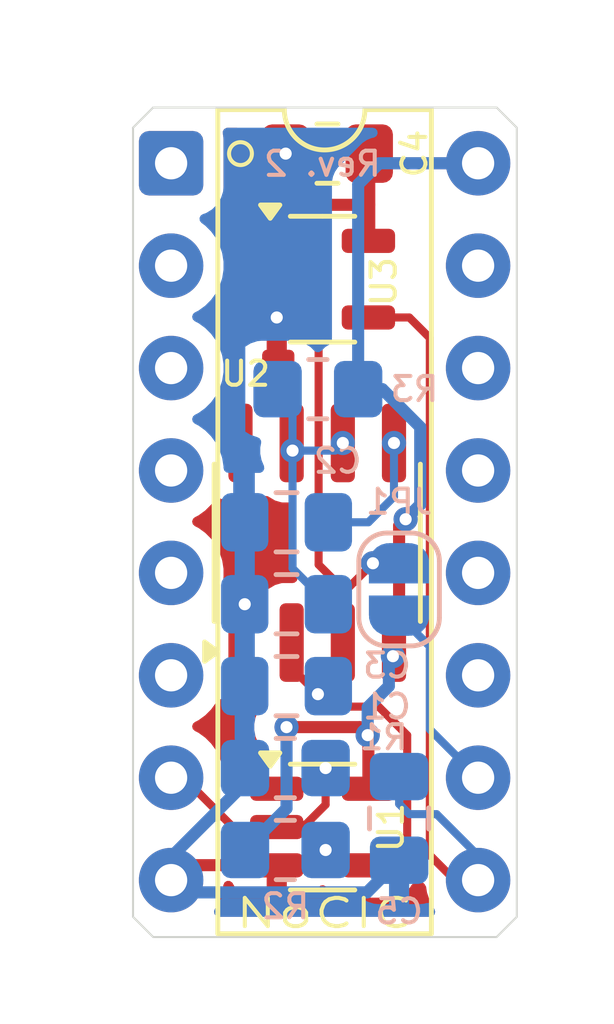
<source format=kicad_pcb>
(kicad_pcb (version 20241229) (generator "pcbnew") (generator_version "9.0")
  (layers (0 "F.Cu" signal) (2 "B.Cu" signal) (13 "F.Paste" user) (15 "B.Paste" user) (5 "F.SilkS" user "F.Silkscreen") (7 "B.SilkS" user "B.Silkscreen") (1 "F.Mask" user) (3 "B.Mask" user) (25 "Edge.Cuts" user))
  (net 0 "")
  (net 1 "GND")
  (net 2 "Net-(U2-TR)")
  (net 3 "Net-(U2-CV)")
  (net 4 "Net-(U2-DIS)")
  (net 5 "VCC")
  (net 6 "/RESET_IN")
  (net 12 "/CIC-RST")
  (net 14 "/~{RESET_OUT}")
  (net 20 "Net-(JP1-A)")
  (footprint "Package_DIP:DIP-16_W7.62mm" (layer "F.Cu") (at 105.847 70.089)
    (property "Reference" "J1" (hide yes))
    (property "Value" "CIC")
    (fp_line (start 1.16 -1.33) (end 1.16 19.11) (stroke (width 0.12)) (layer "F.SilkS"))
    (fp_line (start 1.16 19.11) (end 6.46 19.11) (stroke (width 0.12)) (layer "F.SilkS"))
    (fp_line (start 2.81 -1.33) (end 1.16 -1.33) (stroke (width 0.12)) (layer "F.SilkS"))
    (fp_line (start 6.46 -1.33) (end 4.81 -1.33) (stroke (width 0.12)) (layer "F.SilkS"))
    (fp_line (start 6.46 19.11) (end 6.46 -1.33) (stroke (width 0.12)) (layer "F.SilkS"))
    (fp_arc (start 4.81 -1.33) (mid 3.81 -0.33) (end 2.81 -1.33) (stroke (width 0.12)) (layer "F.SilkS"))
    (pad "1" thru_hole roundrect (at 0 0) (size 1.6 1.6) (drill 0.8) (layers "*.Cu" "*.Mask") (roundrect_rratio 0.15625))
    (pad "2" thru_hole circle (at 0 2.54) (size 1.6 1.6) (drill 0.8) (layers "*.Cu" "*.Mask"))
    (pad "3" thru_hole circle (at 0 5.08) (size 1.6 1.6) (drill 0.8) (layers "*.Cu" "*.Mask"))
    (pad "4" thru_hole circle (at 0 7.62) (size 1.6 1.6) (drill 0.8) (layers "*.Cu" "*.Mask"))
    (pad "5" thru_hole circle (at 0 10.16) (size 1.6 1.6) (drill 0.8) (layers "*.Cu" "*.Mask"))
    (pad "6" thru_hole circle (at 0 12.7) (size 1.6 1.6) (drill 0.8) (layers "*.Cu" "*.Mask"))
    (pad "7" thru_hole circle (at 0 15.24) (size 1.6 1.6) (drill 0.8) (layers "*.Cu" "*.Mask") (net 6 "/RESET_IN"))
    (pad "8" thru_hole circle (at 0 17.78) (size 1.6 1.6) (drill 0.8) (layers "*.Cu" "*.Mask") (net 1 "GND"))
    (pad "9" thru_hole circle (at 7.62 17.78) (size 1.6 1.6) (drill 0.8) (layers "*.Cu" "*.Mask") (net 14 "/~{RESET_OUT}"))
    (pad "10" thru_hole circle (at 7.62 15.24) (size 1.6 1.6) (drill 0.8) (layers "*.Cu" "*.Mask") (net 12 "/CIC-RST"))
    (pad "11" thru_hole circle (at 7.62 12.7) (size 1.6 1.6) (drill 0.8) (layers "*.Cu" "*.Mask"))
    (pad "12" thru_hole circle (at 7.62 10.16) (size 1.6 1.6) (drill 0.8) (layers "*.Cu" "*.Mask"))
    (pad "13" thru_hole circle (at 7.62 7.62) (size 1.6 1.6) (drill 0.8) (layers "*.Cu" "*.Mask"))
    (pad "14" thru_hole circle (at 7.62 5.08) (size 1.6 1.6) (drill 0.8) (layers "*.Cu" "*.Mask"))
    (pad "15" thru_hole circle (at 7.62 2.54) (size 1.6 1.6) (drill 0.8) (layers "*.Cu" "*.Mask"))
    (pad "16" thru_hole circle (at 7.62 0) (size 1.6 1.6) (drill 0.8) (layers "*.Cu" "*.Mask") (net 5 "VCC"))
  )
  (footprint "Package_SO:SOIC-8_3.9x4.9mm_P1.27mm" (layer "F.Cu") (at 109.474 79.502 90)
    (property "Reference" "U2" (at 4.191 -1.778 180) (layer "F.SilkS") (effects (font (size 0.6 0.6) (thickness 0.1) (bold yes))))
    (property "Value" "LMC555xM")
    (fp_line (start 0 -2.56) (end 1.95 -2.56) (stroke (width 0.12)) (layer "F.SilkS"))
    (fp_line (start 0 -2.56) (end -1.95 -2.56) (stroke (width 0.12)) (layer "F.SilkS"))
    (fp_line (start 0 2.56) (end 1.95 2.56) (stroke (width 0.12)) (layer "F.SilkS"))
    (fp_line (start 0 2.56) (end -1.95 2.56) (stroke (width 0.12)) (layer "F.SilkS"))
    (fp_poly (pts (xy -2.7 -2.465) (xy -2.94 -2.795) (xy -2.46 -2.795)) (stroke (width 0.12)) (fill yes) (layer "F.SilkS"))
    (pad "1" smd roundrect (at -2.475 -1.905 90) (size 1.95 0.6) (layers "F.Cu" "F.Mask" "F.Paste") (net 1 "GND"))
    (pad "2" smd roundrect (at -2.475 -0.635 90) (size 1.95 0.6) (layers "F.Cu" "F.Mask" "F.Paste") (net 2 "Net-(U2-TR)"))
    (pad "3" smd roundrect (at -2.475 0.635 90) (size 1.95 0.6) (layers "F.Cu" "F.Mask" "F.Paste") (net 20 "Net-(JP1-A)"))
    (pad "4" smd roundrect (at -2.475 1.905 90) (size 1.95 0.6) (layers "F.Cu" "F.Mask" "F.Paste") (net 5 "VCC"))
    (pad "5" smd roundrect (at 2.475 1.905 90) (size 1.95 0.6) (layers "F.Cu" "F.Mask" "F.Paste") (net 3 "Net-(U2-CV)"))
    (pad "6" smd roundrect (at 2.475 0.635 90) (size 1.95 0.6) (layers "F.Cu" "F.Mask" "F.Paste") (net 4 "Net-(U2-DIS)"))
    (pad "7" smd roundrect (at 2.475 -0.635 90) (size 1.95 0.6) (layers "F.Cu" "F.Mask" "F.Paste") (net 4 "Net-(U2-DIS)"))
    (pad "8" smd roundrect (at 2.475 -1.905 90) (size 1.95 0.6) (layers "F.Cu" "F.Mask" "F.Paste") (net 5 "VCC"))
  )
  (footprint "Package_TO_SOT_SMD:SOT-23-5" (layer "F.Cu") (at 109.6065 86.553)
    (property "Reference" "U1" (at 1.6963 0.0102 90) (layer "F.SilkS") (effects (font (size 0.6 0.6) (thickness 0.1) (bold yes))))
    (property "Value" "74LVC1G06")
    (fp_line (start 0 -1.56) (end -0.8 -1.56) (stroke (width 0.12)) (layer "F.SilkS"))
    (fp_line (start 0 -1.56) (end 0.8 -1.56) (stroke (width 0.12)) (layer "F.SilkS"))
    (fp_line (start 0 1.56) (end -0.8 1.56) (stroke (width 0.12)) (layer "F.SilkS"))
    (fp_line (start 0 1.56) (end 0.8 1.56) (stroke (width 0.12)) (layer "F.SilkS"))
    (fp_poly (pts (xy -1.3 -1.51) (xy -1.54 -1.84) (xy -1.06 -1.84)) (stroke (width 0.12)) (fill yes) (layer "F.SilkS"))
    (pad "1" smd roundrect (at -1.1375 -0.95) (size 1.325 0.6) (layers "F.Cu" "F.Mask" "F.Paste"))
    (pad "2" smd roundrect (at -1.1375 0) (size 1.325 0.6) (layers "F.Cu" "F.Mask" "F.Paste") (net 6 "/RESET_IN"))
    (pad "3" smd roundrect (at -1.1375 0.95) (size 1.325 0.6) (layers "F.Cu" "F.Mask" "F.Paste") (net 1 "GND"))
    (pad "4" smd roundrect (at 1.1375 0.95) (size 1.325 0.6) (layers "F.Cu" "F.Mask" "F.Paste") (net 2 "Net-(U2-TR)"))
    (pad "5" smd roundrect (at 1.1375 -0.95) (size 1.325 0.6) (layers "F.Cu" "F.Mask" "F.Paste") (net 5 "VCC"))
  )
  (footprint "Capacitor_SMD:C_0805_2012Metric_Pad1.18x1.45mm_HandSolder" (layer "F.Cu") (at 109.728 69.85 180)
    (property "Reference" "C4" (at -2.159 0 90) (layer "F.SilkS") (effects (font (size 0.6 0.6) (thickness 0.1) (bold yes))))
    (property "Value" "100nF")
    (fp_line (start -0.261252 0.735) (end 0.261252 0.735) (stroke (width 0.12)) (layer "F.SilkS"))
    (fp_line (start -0.261252 -0.735) (end 0.261252 -0.735) (stroke (width 0.12)) (layer "F.SilkS"))
    (pad "1" smd roundrect (at -1.0375 0 180) (size 1.175 1.45) (layers "F.Cu" "F.Mask" "F.Paste") (roundrect_rratio 0.212766) (net 5 "VCC"))
    (pad "2" smd roundrect (at 1.0375 0 180) (size 1.175 1.45) (layers "F.Cu" "F.Mask" "F.Paste") (roundrect_rratio 0.212766) (net 1 "GND"))
  )
  (footprint "Package_TO_SOT_SMD:SOT-23-5" (layer "F.Cu") (at 109.6065 72.964)
    (property "Reference" "U3" (at 1.5185 0.061 90) (layer "F.SilkS") (effects (font (size 0.6 0.6) (thickness 0.1) (bold yes))))
    (property "Value" "74LVC1G04")
    (fp_line (start 0 -1.56) (end -0.8 -1.56) (stroke (width 0.12)) (layer "F.SilkS"))
    (fp_line (start 0 -1.56) (end 0.8 -1.56) (stroke (width 0.12)) (layer "F.SilkS"))
    (fp_line (start 0 1.56) (end -0.8 1.56) (stroke (width 0.12)) (layer "F.SilkS"))
    (fp_line (start 0 1.56) (end 0.8 1.56) (stroke (width 0.12)) (layer "F.SilkS"))
    (fp_poly (pts (xy -1.3 -1.51) (xy -1.54 -1.84) (xy -1.06 -1.84)) (stroke (width 0.12)) (fill yes) (layer "F.SilkS"))
    (pad "1" smd roundrect (at -1.1375 -0.95) (size 1.325 0.6) (layers "F.Cu" "F.Mask" "F.Paste"))
    (pad "2" smd roundrect (at -1.1375 0) (size 1.325 0.6) (layers "F.Cu" "F.Mask" "F.Paste") (net 20 "Net-(JP1-A)"))
    (pad "3" smd roundrect (at -1.1375 0.95) (size 1.325 0.6) (layers "F.Cu" "F.Mask" "F.Paste") (net 1 "GND"))
    (pad "4" smd roundrect (at 1.1375 0.95) (size 1.325 0.6) (layers "F.Cu" "F.Mask" "F.Paste") (net 14 "/~{RESET_OUT}"))
    (pad "5" smd roundrect (at 1.1375 -0.95) (size 1.325 0.6) (layers "F.Cu" "F.Mask" "F.Paste") (net 5 "VCC"))
  )
  (footprint "Resistor_SMD:R_0805_2012Metric_Pad1.20x1.40mm_HandSolder" (layer "B.Cu") (at 108.682 85.09 180)
    (property "Reference" "R1" (at -2.443 0.762 180) (layer "B.SilkS") (effects (font (size 0.6 0.6) (thickness 0.1) (bold yes)) (justify mirror)))
    (property "Value" "10K")
    (fp_line (start -0.227064 0.735) (end 0.227064 0.735) (stroke (width 0.12)) (layer "B.SilkS"))
    (fp_line (start -0.227064 -0.735) (end 0.227064 -0.735) (stroke (width 0.12)) (layer "B.SilkS"))
    (pad "1" smd roundrect (at -1 0 180) (size 1.2 1.4) (layers "B.Cu" "B.Mask" "B.Paste") (roundrect_rratio 0.208333) (net 6 "/RESET_IN"))
    (pad "2" smd roundrect (at 1 0 180) (size 1.2 1.4) (layers "B.Cu" "B.Mask" "B.Paste") (roundrect_rratio 0.208333) (net 1 "GND"))
  )
  (footprint "Jumper:SolderJumper-2_P1.3mm_Open_RoundedPad1.0x1.5mm" (layer "B.Cu") (at 111.506 80.66 -90)
    (property "Reference" "JP1" (at -2.174 0 180) (layer "B.SilkS") (effects (font (size 0.6 0.6) (thickness 0.1) (bold yes)) (justify mirror)))
    (property "Value" "CIC-RESET Enabled")
    (fp_line (start -0.7 1) (end 0.7 1) (stroke (width 0.12)) (layer "B.SilkS"))
    (fp_line (start 1.4 0.3) (end 1.4 -0.3) (stroke (width 0.12)) (layer "B.SilkS"))
    (fp_line (start -1.4 -0.3) (end -1.4 0.3) (stroke (width 0.12)) (layer "B.SilkS"))
    (fp_line (start 0.7 -1) (end -0.7 -1) (stroke (width 0.12)) (layer "B.SilkS"))
    (fp_arc (start -0.7 1) (mid -1.194975 0.794975) (end -1.4 0.3) (stroke (width 0.12)) (layer "B.SilkS"))
    (fp_arc (start 1.4 0.3) (mid 1.194975 0.794975) (end 0.7 1) (stroke (width 0.12)) (layer "B.SilkS"))
    (fp_arc (start -1.4 -0.3) (mid -1.194975 -0.794975) (end -0.7 -1) (stroke (width 0.12)) (layer "B.SilkS"))
    (fp_arc (start 0.7 -1) (mid 1.194975 -0.794975) (end 1.4 -0.3) (stroke (width 0.12)) (layer "B.SilkS"))
    (pad "1" smd custom (at -0.65 0 270) (size 1 0.5) (layers "B.Cu" "B.Mask") (net 20 "Net-(JP1-A)") (options (clearance outline) (anchor rect)) (primitives (gr_circle (center 0 -0.25) (end 0.5 -0.25) (width 0) (fill yes)) (gr_circle (center 0 0.25) (end 0.5 0.25) (width 0) (fill yes)) (gr_poly (pts (xy 0.5 -0.75) (xy 0 -0.75) (xy 0 0.75) (xy 0.5 0.75)) (width 0) (fill yes))))
    (pad "2" smd custom (at 0.65 0 270) (size 1 0.5) (layers "B.Cu" "B.Mask") (net 12 "/CIC-RST") (options (clearance outline) (anchor rect)) (primitives (gr_circle (center 0 -0.25) (end 0.5 -0.25) (width 0) (fill yes)) (gr_circle (center 0 0.25) (end 0.5 0.25) (width 0) (fill yes)) (gr_poly (pts (xy 0 -0.75) (xy -0.5 -0.75) (xy -0.5 0.75) (xy 0 0.75)) (width 0) (fill yes))))
  )
  (footprint "Capacitor_SMD:C_0805_2012Metric_Pad1.18x1.45mm_HandSolder" (layer "B.Cu") (at 108.712 83.058 180)
    (property "Reference" "C1" (at -2.494 -0.508 180) (layer "B.SilkS") (effects (font (size 0.6 0.6) (thickness 0.1) (bold yes)) (justify mirror)))
    (property "Value" "100nF")
    (fp_line (start -0.261252 0.735) (end 0.261252 0.735) (stroke (width 0.12)) (layer "B.SilkS"))
    (fp_line (start -0.261252 -0.735) (end 0.261252 -0.735) (stroke (width 0.12)) (layer "B.SilkS"))
    (pad "1" smd roundrect (at -1.0375 0 180) (size 1.175 1.45) (layers "B.Cu" "B.Mask" "B.Paste") (roundrect_rratio 0.212766) (net 2 "Net-(U2-TR)"))
    (pad "2" smd roundrect (at 1.0375 0 180) (size 1.175 1.45) (layers "B.Cu" "B.Mask" "B.Paste") (roundrect_rratio 0.212766) (net 1 "GND"))
  )
  (footprint "Resistor_SMD:R_0805_2012Metric_Pad1.20x1.40mm_HandSolder" (layer "B.Cu") (at 109.49 75.692 180)
    (property "Reference" "R3" (at -2.397 0 180) (layer "B.SilkS") (effects (font (size 0.6 0.6) (thickness 0.1) (bold yes)) (justify mirror)))
    (property "Value" "47K")
    (fp_line (start -0.227064 0.735) (end 0.227064 0.735) (stroke (width 0.12)) (layer "B.SilkS"))
    (fp_line (start -0.227064 -0.735) (end 0.227064 -0.735) (stroke (width 0.12)) (layer "B.SilkS"))
    (pad "1" smd roundrect (at -1 0 180) (size 1.2 1.4) (layers "B.Cu" "B.Mask" "B.Paste") (roundrect_rratio 0.208333) (net 5 "VCC"))
    (pad "2" smd roundrect (at 1 0 180) (size 1.2 1.4) (layers "B.Cu" "B.Mask" "B.Paste") (roundrect_rratio 0.208333) (net 4 "Net-(U2-DIS)"))
  )
  (footprint "Resistor_SMD:R_0805_2012Metric_Pad1.20x1.40mm_HandSolder" (layer "B.Cu") (at 108.682 87.122)
    (property "Reference" "R2" (at 0 1.397 0) (layer "B.SilkS") (effects (font (size 0.6 0.6) (thickness 0.1) (bold yes)) (justify mirror)))
    (property "Value" "1M")
    (fp_line (start -0.227064 -0.735) (end 0.227064 -0.735) (stroke (width 0.12)) (layer "B.SilkS"))
    (fp_line (start -0.227064 0.735) (end 0.227064 0.735) (stroke (width 0.12)) (layer "B.SilkS"))
    (pad "1" smd roundrect (at -1 0) (size 1.2 1.4) (layers "B.Cu" "B.Mask" "B.Paste") (roundrect_rratio 0.208333) (net 5 "VCC"))
    (pad "2" smd roundrect (at 1 0) (size 1.2 1.4) (layers "B.Cu" "B.Mask" "B.Paste") (roundrect_rratio 0.208333) (net 2 "Net-(U2-TR)"))
  )
  (footprint "Capacitor_SMD:C_0805_2012Metric_Pad1.18x1.45mm_HandSolder" (layer "B.Cu") (at 108.712 78.994 180)
    (property "Reference" "C2" (at -1.27 1.524 180) (layer "B.SilkS") (effects (font (size 0.6 0.6) (thickness 0.1) (bold yes)) (justify mirror)))
    (property "Value" "10nF")
    (fp_line (start -0.261252 0.735) (end 0.261252 0.735) (stroke (width 0.12)) (layer "B.SilkS"))
    (fp_line (start -0.261252 -0.735) (end 0.261252 -0.735) (stroke (width 0.12)) (layer "B.SilkS"))
    (pad "1" smd roundrect (at -1.0375 0 180) (size 1.175 1.45) (layers "B.Cu" "B.Mask" "B.Paste") (roundrect_rratio 0.212766) (net 3 "Net-(U2-CV)"))
    (pad "2" smd roundrect (at 1.0375 0 180) (size 1.175 1.45) (layers "B.Cu" "B.Mask" "B.Paste") (roundrect_rratio 0.212766) (net 1 "GND"))
  )
  (footprint "Capacitor_SMD:C_0805_2012Metric_Pad1.18x1.45mm_HandSolder" (layer "B.Cu") (at 108.712 81.026 180)
    (property "Reference" "C3" (at -2.494 -1.524 180) (layer "B.SilkS") (effects (font (size 0.6 0.6) (thickness 0.1) (bold yes)) (justify mirror)))
    (property "Value" "10uF")
    (fp_line (start -0.261252 0.735) (end 0.261252 0.735) (stroke (width 0.12)) (layer "B.SilkS"))
    (fp_line (start -0.261252 -0.735) (end 0.261252 -0.735) (stroke (width 0.12)) (layer "B.SilkS"))
    (pad "1" smd roundrect (at -1.0375 0 180) (size 1.175 1.45) (layers "B.Cu" "B.Mask" "B.Paste") (roundrect_rratio 0.212766) (net 4 "Net-(U2-DIS)"))
    (pad "2" smd roundrect (at 1.0375 0 180) (size 1.175 1.45) (layers "B.Cu" "B.Mask" "B.Paste") (roundrect_rratio 0.212766) (net 1 "GND"))
  )
  (footprint "Capacitor_SMD:C_0805_2012Metric_Pad1.18x1.45mm_HandSolder" (layer "B.Cu") (at 111.506 86.3385 -90)
    (property "Reference" "C5" (at 2.3075 0 180) (layer "B.SilkS") (effects (font (size 0.6 0.6) (thickness 0.1) (bold yes)) (justify mirror)))
    (property "Value" "470nF")
    (fp_line (start -0.261252 0.735) (end 0.261252 0.735) (stroke (width 0.12)) (layer "B.SilkS"))
    (fp_line (start -0.261252 -0.735) (end 0.261252 -0.735) (stroke (width 0.12)) (layer "B.SilkS"))
    (pad "1" smd roundrect (at -1.0375 0 270) (size 1.175 1.45) (layers "B.Cu" "B.Mask" "B.Paste") (roundrect_rratio 0.212766) (net 14 "/~{RESET_OUT}"))
    (pad "2" smd roundrect (at 1.0375 0 270) (size 1.175 1.45) (layers "B.Cu" "B.Mask" "B.Paste") (roundrect_rratio 0.212766) (net 1 "GND"))
  )
  (gr_circle (center 107.569 69.85) (end 107.696 70.104) (stroke (width 0.1)) (fill no) (layer "F.SilkS"))
  (gr_line (start 114.427 69.207) (end 114.427 88.781) (stroke (width 0.05)) (layer "Edge.Cuts"))
  (gr_line (start 105.402 68.707) (end 104.902 69.207) (stroke (width 0.05)) (layer "Edge.Cuts"))
  (gr_line (start 105.402 89.281) (end 113.927 89.281) (stroke (width 0.05)) (layer "Edge.Cuts"))
  (gr_line (start 113.927 89.281) (end 114.427 88.781) (stroke (width 0.05)) (layer "Edge.Cuts"))
  (gr_line (start 104.902 69.207) (end 104.902 88.781) (stroke (width 0.05)) (layer "Edge.Cuts"))
  (gr_line (start 105.402 89.281) (end 104.902 88.781) (stroke (width 0.05)) (layer "Edge.Cuts"))
  (gr_line (start 113.927 68.707) (end 114.427 69.207) (stroke (width 0.05)) (layer "Edge.Cuts"))
  (gr_line (start 105.402 68.707) (end 113.927 68.707) (stroke (width 0.05)) (layer "Edge.Cuts"))
  (gr_text "NoCIC" (at 109.652 89.1 0) (layer "F.SilkS") (effects (font (size 0.7 1) (thickness 0.1)) (justify bottom)))
  (gr_text "Rev. 2" (at 109.601 70.104 0) (layer "B.SilkS") (effects (font (size 0.6 0.6) (thickness 0.1)) (justify mirror)))
  (segment (start 107.569 81.977) (end 107.569 81.1315) (width 0.3) (layer "F.Cu") (net 1))
  (segment (start 108.469 87.498) (end 106.218 87.498) (width 0.3) (layer "F.Cu") (net 1))
  (segment (start 107.569 81.1315) (end 107.6745 81.026) (width 0.3) (layer "F.Cu") (net 1))
  (segment (start 106.218 87.498) (end 105.847 87.869) (width 0.3) (layer "F.Cu") (net 1))
  (via (at 108.6905 69.85) (size 0.6) (drill 0.3) (layers "F.Cu" "B.Cu") (net 1))
  (via (at 108.469 73.914) (size 0.6) (drill 0.3) (layers "F.Cu" "B.Cu") (net 1))
  (via (at 107.6745 81.026) (size 0.6) (drill 0.3) (layers "F.Cu" "B.Cu") (net 1))
  (segment (start 107.95 69.85) (end 108.6905 69.85) (width 0.3) (layer "B.Cu") (net 1))
  (segment (start 110.709 88.173) (end 106.151 88.173) (width 0.3) (layer "B.Cu") (net 1))
  (segment (start 105.847 87.30013) (end 105.847 87.869) (width 0.3) (layer "B.Cu") (net 1))
  (segment (start 107.682 85.09) (end 107.682 79.0015) (width 0.3) (layer "B.Cu") (net 1))
  (segment (start 107.682 85.09) (end 107.682 85.46513) (width 0.3) (layer "B.Cu") (net 1))
  (segment (start 107.682 85.46513) (end 105.847 87.30013) (width 0.3) (layer "B.Cu") (net 1))
  (segment (start 107.539 73.914) (end 107.539 70.261) (width 0.3) (layer "B.Cu") (net 1))
  (segment (start 107.6745 78.994) (end 107.539 78.8585) (width 0.3) (layer "B.Cu") (net 1))
  (segment (start 106.151 88.173) (end 105.847 87.869) (width 0.3) (layer "B.Cu") (net 1))
  (segment (start 111.506 87.376) (end 110.709 88.173) (width 0.3) (layer "B.Cu") (net 1))
  (segment (start 107.682 79.0015) (end 107.6745 78.994) (width 0.3) (layer "B.Cu") (net 1))
  (segment (start 107.539 78.8585) (end 107.539 73.914) (width 0.3) (layer "B.Cu") (net 1))
  (segment (start 107.539 70.261) (end 107.95 69.85) (width 0.3) (layer "B.Cu") (net 1))
  (segment (start 107.539 73.914) (end 108.469 73.914) (width 0.3) (layer "B.Cu") (net 1))
  (segment (start 110.998 83.566) (end 109.79973 83.566) (width 0.2) (layer "F.Cu") (net 2))
  (segment (start 108.839 82.60527) (end 109.490712 83.256982) (width 0.2) (layer "F.Cu") (net 2))
  (segment (start 110.058 87.498) (end 111.4585 87.498) (width 0.2) (layer "F.Cu") (net 2))
  (segment (start 109.682 87.122) (end 110.058 87.498) (width 0.2) (layer "F.Cu") (net 2))
  (segment (start 108.839 81.977) (end 108.839 82.60527) (width 0.2) (layer "F.Cu") (net 2))
  (segment (start 111.7075 84.2755) (end 110.998 83.566) (width 0.2) (layer "F.Cu") (net 2))
  (segment (start 109.79973 83.566) (end 109.490712 83.256982) (width 0.2) (layer "F.Cu") (net 2))
  (segment (start 111.4585 87.498) (end 111.7075 87.249) (width 0.2) (layer "F.Cu") (net 2))
  (segment (start 111.7075 87.249) (end 111.7075 84.2755) (width 0.2) (layer "F.Cu") (net 2))
  (via (at 109.490712 83.256982) (size 0.6) (drill 0.3) (layers "F.Cu" "B.Cu") (net 2))
  (via (at 109.682 87.122) (size 0.6) (drill 0.3) (layers "F.Cu" "B.Cu") (net 2))
  (via (at 111.379 77.027) (size 0.6) (drill 0.3) (layers "F.Cu" "B.Cu") (net 3))
  (segment (start 111.379 78.359) (end 111.379 77.027) (width 0.2) (layer "B.Cu") (net 3))
  (segment (start 109.7495 78.994) (end 110.744 78.994) (width 0.2) (layer "B.Cu") (net 3))
  (segment (start 110.744 78.994) (end 111.379 78.359) (width 0.2) (layer "B.Cu") (net 3))
  (via (at 110.109 77.027) (size 0.6) (drill 0.3) (layers "F.Cu" "B.Cu") (net 4))
  (via (at 108.861 77.216) (size 0.6) (drill 0.3) (layers "F.Cu" "B.Cu") (net 4))
  (segment (start 108.861 77.216) (end 109.92 77.216) (width 0.2) (layer "B.Cu") (net 4))
  (segment (start 108.861 76.063) (end 108.49 75.692) (width 0.2) (layer "B.Cu") (net 4))
  (segment (start 109.92 77.216) (end 110.109 77.027) (width 0.2) (layer "B.Cu") (net 4))
  (segment (start 108.861 77.216) (end 108.861 76.063) (width 0.2) (layer "B.Cu") (net 4))
  (segment (start 109.7495 81.026) (end 108.861 80.1375) (width 0.2) (layer "B.Cu") (net 4))
  (segment (start 108.861 80.1375) (end 108.861 77.216) (width 0.2) (layer "B.Cu") (net 4))
  (segment (start 107.4555 71.652322) (end 107.987822 71.12) (width 0.3) (layer "F.Cu") (net 5))
  (segment (start 107.987822 71.12) (end 110.7655 71.12) (width 0.3) (layer "F.Cu") (net 5))
  (segment (start 111.668 78.918527) (end 111.506 79.080527) (width 0.3) (layer "F.Cu") (net 5))
  (segment (start 110.744 84.291152) (end 110.725946 84.273098) (width 0.3) (layer "F.Cu") (net 5))
  (segment (start 107.569 77.027) (end 107.4555 76.9135) (width 0.3) (layer "F.Cu") (net 5))
  (segment (start 110.7655 69.85) (end 110.7655 71.12) (width 0.3) (layer "F.Cu") (net 5))
  (segment (start 110.526848 84.074) (end 110.725946 84.273098) (width 0.3) (layer "F.Cu") (net 5))
  (segment (start 113.467 70.089) (end 111.0045 70.089) (width 0.3) (layer "F.Cu") (net 5))
  (segment (start 110.744 85.598) (end 110.744 84.291152) (width 0.3) (layer "F.Cu") (net 5))
  (segment (start 107.4555 76.9135) (end 107.4555 71.652322) (width 0.3) (layer "F.Cu") (net 5))
  (segment (start 110.7655 71.9925) (end 110.744 72.014) (width 0.3) (layer "F.Cu") (net 5))
  (segment (start 111.0045 70.089) (end 110.7655 69.85) (width 0.3) (layer "F.Cu") (net 5))
  (segment (start 110.7655 71.12) (end 110.7655 71.9925) (width 0.3) (layer "F.Cu") (net 5))
  (segment (start 111.506 79.080527) (end 111.506 81.85) (width 0.3) (layer "F.Cu") (net 5))
  (segment (start 108.712 84.074) (end 110.526848 84.074) (width 0.3) (layer "F.Cu") (net 5))
  (segment (start 111.506 81.85) (end 111.379 81.977) (width 0.3) (layer "F.Cu") (net 5))
  (via (at 110.725946 84.273098) (size 0.6) (drill 0.3) (layers "F.Cu" "B.Cu") (net 5))
  (via (at 111.668 78.918527) (size 0.6) (drill 0.3) (layers "F.Cu" "B.Cu") (net 5))
  (via (at 111.352255 82.315) (size 0.6) (drill 0.3) (layers "F.Cu" "B.Cu") (net 5))
  (via (at 108.712 84.074) (size 0.6) (drill 0.3) (layers "F.Cu" "B.Cu") (net 5))
  (segment (start 111.668 78.918527) (end 112.03 78.556527) (width 0.3) (layer "B.Cu") (net 5))
  (segment (start 110.725946 84.273098) (end 110.725946 83.584054) (width 0.3) (layer "B.Cu") (net 5))
  (segment (start 110.49 70.612) (end 111.013 70.089) (width 0.3) (layer "B.Cu") (net 5))
  (segment (start 108.712 86.092) (end 108.712 84.074) (width 0.3) (layer "B.Cu") (net 5))
  (segment (start 112.03 78.556527) (end 112.03 76.632) (width 0.3) (layer "B.Cu") (net 5))
  (segment (start 107.682 87.122) (end 108.712 86.092) (width 0.3) (layer "B.Cu") (net 5))
  (segment (start 111.09 75.692) (end 110.49 75.692) (width 0.3) (layer "B.Cu") (net 5))
  (segment (start 111.013 70.089) (end 113.467 70.089) (width 0.3) (layer "B.Cu") (net 5))
  (segment (start 111.252 82.415255) (end 111.352255 82.315) (width 0.3) (layer "B.Cu") (net 5))
  (segment (start 112.03 76.632) (end 111.09 75.692) (width 0.3) (layer "B.Cu") (net 5))
  (segment (start 110.49 75.692) (end 110.49 70.612) (width 0.3) (layer "B.Cu") (net 5))
  (segment (start 111.252 83.058) (end 111.252 82.415255) (width 0.3) (layer "B.Cu") (net 5))
  (segment (start 110.725946 83.584054) (end 111.252 83.058) (width 0.3) (layer "B.Cu") (net 5))
  (segment (start 108.469 86.548) (end 109.131499 86.548) (width 0.2) (layer "F.Cu") (net 6))
  (segment (start 109.682 85.997499) (end 109.682 85.09) (width 0.2) (layer "F.Cu") (net 6))
  (segment (start 109.131499 86.548) (end 109.682 85.997499) (width 0.2) (layer "F.Cu") (net 6))
  (segment (start 105.847 85.329) (end 106.157 85.329) (width 0.2) (layer "F.Cu") (net 6))
  (segment (start 106.157 85.329) (end 107.376 86.548) (width 0.2) (layer "F.Cu") (net 6))
  (segment (start 107.376 86.548) (end 108.469 86.548) (width 0.2) (layer "F.Cu") (net 6))
  (via (at 109.682 85.09) (size 0.6) (drill 0.3) (layers "F.Cu" "B.Cu") (net 6))
  (segment (start 112.268 84.13) (end 112.268 82.072) (width 0.2) (layer "B.Cu") (net 12))
  (segment (start 112.268 82.072) (end 111.506 81.31) (width 0.2) (layer "B.Cu") (net 12))
  (segment (start 113.467 85.329) (end 112.268 84.13) (width 0.2) (layer "B.Cu") (net 12))
  (segment (start 113.467 87.869) (end 112.888 87.869) (width 0.2) (layer "F.Cu") (net 14))
  (segment (start 112.268 74.422) (end 112.268 87.249) (width 0.2) (layer "F.Cu") (net 14))
  (segment (start 110.744 73.914) (end 111.76 73.914) (width 0.2) (layer "F.Cu") (net 14))
  (segment (start 111.76 73.914) (end 112.268 74.422) (width 0.2) (layer "F.Cu") (net 14))
  (segment (start 112.888 87.869) (end 112.268 87.249) (width 0.2) (layer "F.Cu") (net 14))
  (segment (start 113.467 87.262) (end 113.467 87.869) (width 0.2) (layer "B.Cu") (net 14))
  (segment (start 111.76 86.233) (end 112.438 86.233) (width 0.2) (layer "B.Cu") (net 14))
  (segment (start 111.506 85.301) (end 111.506 85.979) (width 0.2) (layer "B.Cu") (net 14))
  (segment (start 112.974 87.376) (end 113.467 87.869) (width 0.2) (layer "B.Cu") (net 14))
  (segment (start 112.438 86.233) (end 113.467 87.262) (width 0.2) (layer "B.Cu") (net 14))
  (segment (start 111.506 85.979) (end 111.76 86.233) (width 0.2) (layer "B.Cu") (net 14))
  (segment (start 110.109 80.645) (end 110.109 81.977) (width 0.2) (layer "F.Cu") (net 20))
  (segment (start 109.508 80.044) (end 110.109 80.645) (width 0.2) (layer "F.Cu") (net 20))
  (segment (start 110.109 80.757) (end 110.109 81.977) (width 0.2) (layer "F.Cu") (net 20))
  (segment (start 109.508 79.502) (end 109.508 80.044) (width 0.2) (layer "F.Cu") (net 20))
  (segment (start 110.221 80.645) (end 110.856 80.01) (width 0.2) (layer "F.Cu") (net 20))
  (segment (start 108.469 72.964) (end 108.823468 72.964) (width 0.2) (layer "F.Cu") (net 20))
  (segment (start 110.221 80.645) (end 110.109 80.757) (width 0.2) (layer "F.Cu") (net 20))
  (segment (start 110.109 80.645) (end 110.221 80.645) (width 0.2) (layer "F.Cu") (net 20))
  (segment (start 109.508 73.648532) (end 109.508 79.502) (width 0.2) (layer "F.Cu") (net 20))
  (segment (start 108.823468 72.964) (end 109.508 73.648532) (width 0.2) (layer "F.Cu") (net 20))
  (via (at 110.856 80.01) (size 0.6) (drill 0.3) (layers "F.Cu" "B.Cu") (net 20))
  (zone (net 1) (net_name "GND") (layers "F.Cu" "B.Cu") (connect_pads (clearance 0.5)) (min_thickness 0.25) (fill yes (thermal_gap 0.5) (thermal_bridge_width 0.5))
    (polygon (pts (xy 101.6 66.04) (xy 116.84 66.04) (xy 116.84 91.44) (xy 101.6 91.44)))
  )
)
</source>
